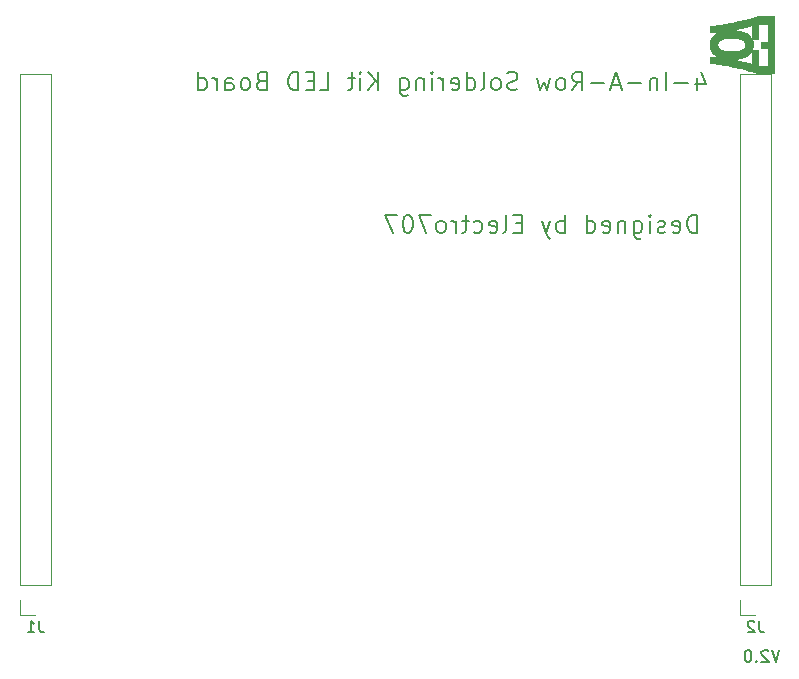
<source format=gbr>
G04 #@! TF.GenerationSoftware,KiCad,Pcbnew,(5.99.0-9618-g5ca7a2c457)*
G04 #@! TF.CreationDate,2021-03-10T22:29:09-05:00*
G04 #@! TF.ProjectId,PCB,5043422e-6b69-4636-9164-5f7063625858,rev?*
G04 #@! TF.SameCoordinates,Original*
G04 #@! TF.FileFunction,Legend,Bot*
G04 #@! TF.FilePolarity,Positive*
%FSLAX46Y46*%
G04 Gerber Fmt 4.6, Leading zero omitted, Abs format (unit mm)*
G04 Created by KiCad (PCBNEW (5.99.0-9618-g5ca7a2c457)) date 2021-03-10 22:29:09*
%MOMM*%
%LPD*%
G01*
G04 APERTURE LIST*
%ADD10C,0.203200*%
%ADD11C,0.150000*%
%ADD12C,0.120000*%
%ADD13C,0.010000*%
G04 APERTURE END LIST*
D10*
X241437920Y-56193571D02*
X241437920Y-57193571D01*
X241795062Y-55622142D02*
X242152205Y-56693571D01*
X241223634Y-56693571D01*
X240652205Y-56622142D02*
X239509348Y-56622142D01*
X238795062Y-57193571D02*
X238795062Y-55693571D01*
X238080777Y-56193571D02*
X238080777Y-57193571D01*
X238080777Y-56336428D02*
X238009348Y-56265000D01*
X237866491Y-56193571D01*
X237652205Y-56193571D01*
X237509348Y-56265000D01*
X237437920Y-56407857D01*
X237437920Y-57193571D01*
X236723634Y-56622142D02*
X235580777Y-56622142D01*
X234937920Y-56765000D02*
X234223634Y-56765000D01*
X235080777Y-57193571D02*
X234580777Y-55693571D01*
X234080777Y-57193571D01*
X233580777Y-56622142D02*
X232437920Y-56622142D01*
X230866491Y-57193571D02*
X231366491Y-56479285D01*
X231723634Y-57193571D02*
X231723634Y-55693571D01*
X231152205Y-55693571D01*
X231009348Y-55765000D01*
X230937920Y-55836428D01*
X230866491Y-55979285D01*
X230866491Y-56193571D01*
X230937920Y-56336428D01*
X231009348Y-56407857D01*
X231152205Y-56479285D01*
X231723634Y-56479285D01*
X230009348Y-57193571D02*
X230152205Y-57122142D01*
X230223634Y-57050714D01*
X230295062Y-56907857D01*
X230295062Y-56479285D01*
X230223634Y-56336428D01*
X230152205Y-56265000D01*
X230009348Y-56193571D01*
X229795062Y-56193571D01*
X229652205Y-56265000D01*
X229580777Y-56336428D01*
X229509348Y-56479285D01*
X229509348Y-56907857D01*
X229580777Y-57050714D01*
X229652205Y-57122142D01*
X229795062Y-57193571D01*
X230009348Y-57193571D01*
X229009348Y-56193571D02*
X228723634Y-57193571D01*
X228437919Y-56479285D01*
X228152205Y-57193571D01*
X227866491Y-56193571D01*
X226223634Y-57122142D02*
X226009348Y-57193571D01*
X225652205Y-57193571D01*
X225509348Y-57122142D01*
X225437920Y-57050714D01*
X225366491Y-56907857D01*
X225366491Y-56765000D01*
X225437920Y-56622142D01*
X225509348Y-56550714D01*
X225652205Y-56479285D01*
X225937920Y-56407857D01*
X226080777Y-56336428D01*
X226152205Y-56265000D01*
X226223634Y-56122142D01*
X226223634Y-55979285D01*
X226152205Y-55836428D01*
X226080777Y-55765000D01*
X225937920Y-55693571D01*
X225580777Y-55693571D01*
X225366491Y-55765000D01*
X224509348Y-57193571D02*
X224652205Y-57122142D01*
X224723634Y-57050714D01*
X224795062Y-56907857D01*
X224795062Y-56479285D01*
X224723634Y-56336428D01*
X224652205Y-56265000D01*
X224509348Y-56193571D01*
X224295062Y-56193571D01*
X224152205Y-56265000D01*
X224080777Y-56336428D01*
X224009348Y-56479285D01*
X224009348Y-56907857D01*
X224080777Y-57050714D01*
X224152205Y-57122142D01*
X224295062Y-57193571D01*
X224509348Y-57193571D01*
X223152205Y-57193571D02*
X223295062Y-57122142D01*
X223366491Y-56979285D01*
X223366491Y-55693571D01*
X221937919Y-57193571D02*
X221937919Y-55693571D01*
X221937919Y-57122142D02*
X222080777Y-57193571D01*
X222366491Y-57193571D01*
X222509348Y-57122142D01*
X222580777Y-57050714D01*
X222652205Y-56907857D01*
X222652205Y-56479285D01*
X222580777Y-56336428D01*
X222509348Y-56265000D01*
X222366491Y-56193571D01*
X222080777Y-56193571D01*
X221937919Y-56265000D01*
X220652205Y-57122142D02*
X220795062Y-57193571D01*
X221080777Y-57193571D01*
X221223634Y-57122142D01*
X221295062Y-56979285D01*
X221295062Y-56407857D01*
X221223634Y-56265000D01*
X221080777Y-56193571D01*
X220795062Y-56193571D01*
X220652205Y-56265000D01*
X220580777Y-56407857D01*
X220580777Y-56550714D01*
X221295062Y-56693571D01*
X219937919Y-57193571D02*
X219937919Y-56193571D01*
X219937919Y-56479285D02*
X219866491Y-56336428D01*
X219795062Y-56265000D01*
X219652205Y-56193571D01*
X219509348Y-56193571D01*
X219009348Y-57193571D02*
X219009348Y-56193571D01*
X219009348Y-55693571D02*
X219080777Y-55765000D01*
X219009348Y-55836428D01*
X218937919Y-55765000D01*
X219009348Y-55693571D01*
X219009348Y-55836428D01*
X218295062Y-56193571D02*
X218295062Y-57193571D01*
X218295062Y-56336428D02*
X218223634Y-56265000D01*
X218080777Y-56193571D01*
X217866491Y-56193571D01*
X217723634Y-56265000D01*
X217652205Y-56407857D01*
X217652205Y-57193571D01*
X216295062Y-56193571D02*
X216295062Y-57407857D01*
X216366491Y-57550714D01*
X216437919Y-57622142D01*
X216580777Y-57693571D01*
X216795062Y-57693571D01*
X216937919Y-57622142D01*
X216295062Y-57122142D02*
X216437919Y-57193571D01*
X216723634Y-57193571D01*
X216866491Y-57122142D01*
X216937919Y-57050714D01*
X217009348Y-56907857D01*
X217009348Y-56479285D01*
X216937919Y-56336428D01*
X216866491Y-56265000D01*
X216723634Y-56193571D01*
X216437919Y-56193571D01*
X216295062Y-56265000D01*
X214437919Y-57193571D02*
X214437919Y-55693571D01*
X213580777Y-57193571D02*
X214223634Y-56336428D01*
X213580777Y-55693571D02*
X214437919Y-56550714D01*
X212937919Y-57193571D02*
X212937919Y-56193571D01*
X212937919Y-55693571D02*
X213009348Y-55765000D01*
X212937919Y-55836428D01*
X212866491Y-55765000D01*
X212937919Y-55693571D01*
X212937919Y-55836428D01*
X212437919Y-56193571D02*
X211866491Y-56193571D01*
X212223634Y-55693571D02*
X212223634Y-56979285D01*
X212152205Y-57122142D01*
X212009348Y-57193571D01*
X211866491Y-57193571D01*
X209509348Y-57193571D02*
X210223634Y-57193571D01*
X210223634Y-55693571D01*
X209009348Y-56407857D02*
X208509348Y-56407857D01*
X208295062Y-57193571D02*
X209009348Y-57193571D01*
X209009348Y-55693571D01*
X208295062Y-55693571D01*
X207652205Y-57193571D02*
X207652205Y-55693571D01*
X207295062Y-55693571D01*
X207080777Y-55765000D01*
X206937919Y-55907857D01*
X206866491Y-56050714D01*
X206795062Y-56336428D01*
X206795062Y-56550714D01*
X206866491Y-56836428D01*
X206937919Y-56979285D01*
X207080777Y-57122142D01*
X207295062Y-57193571D01*
X207652205Y-57193571D01*
X204509348Y-56407857D02*
X204295062Y-56479285D01*
X204223634Y-56550714D01*
X204152205Y-56693571D01*
X204152205Y-56907857D01*
X204223634Y-57050714D01*
X204295062Y-57122142D01*
X204437919Y-57193571D01*
X205009348Y-57193571D01*
X205009348Y-55693571D01*
X204509348Y-55693571D01*
X204366491Y-55765000D01*
X204295062Y-55836428D01*
X204223634Y-55979285D01*
X204223634Y-56122142D01*
X204295062Y-56265000D01*
X204366491Y-56336428D01*
X204509348Y-56407857D01*
X205009348Y-56407857D01*
X203295062Y-57193571D02*
X203437919Y-57122142D01*
X203509348Y-57050714D01*
X203580777Y-56907857D01*
X203580777Y-56479285D01*
X203509348Y-56336428D01*
X203437919Y-56265000D01*
X203295062Y-56193571D01*
X203080777Y-56193571D01*
X202937919Y-56265000D01*
X202866491Y-56336428D01*
X202795062Y-56479285D01*
X202795062Y-56907857D01*
X202866491Y-57050714D01*
X202937919Y-57122142D01*
X203080777Y-57193571D01*
X203295062Y-57193571D01*
X201509348Y-57193571D02*
X201509348Y-56407857D01*
X201580777Y-56265000D01*
X201723634Y-56193571D01*
X202009348Y-56193571D01*
X202152205Y-56265000D01*
X201509348Y-57122142D02*
X201652205Y-57193571D01*
X202009348Y-57193571D01*
X202152205Y-57122142D01*
X202223634Y-56979285D01*
X202223634Y-56836428D01*
X202152205Y-56693571D01*
X202009348Y-56622142D01*
X201652205Y-56622142D01*
X201509348Y-56550714D01*
X200795062Y-57193571D02*
X200795062Y-56193571D01*
X200795062Y-56479285D02*
X200723634Y-56336428D01*
X200652205Y-56265000D01*
X200509348Y-56193571D01*
X200366491Y-56193571D01*
X199223634Y-57193571D02*
X199223634Y-55693571D01*
X199223634Y-57122142D02*
X199366491Y-57193571D01*
X199652205Y-57193571D01*
X199795062Y-57122142D01*
X199866491Y-57050714D01*
X199937919Y-56907857D01*
X199937919Y-56479285D01*
X199866491Y-56336428D01*
X199795062Y-56265000D01*
X199652205Y-56193571D01*
X199366491Y-56193571D01*
X199223634Y-56265000D01*
D11*
X248411809Y-104608380D02*
X248078476Y-105608380D01*
X247745142Y-104608380D01*
X247459428Y-104703619D02*
X247411809Y-104656000D01*
X247316571Y-104608380D01*
X247078476Y-104608380D01*
X246983238Y-104656000D01*
X246935619Y-104703619D01*
X246888000Y-104798857D01*
X246888000Y-104894095D01*
X246935619Y-105036952D01*
X247507047Y-105608380D01*
X246888000Y-105608380D01*
X246459428Y-105513142D02*
X246411809Y-105560761D01*
X246459428Y-105608380D01*
X246507047Y-105560761D01*
X246459428Y-105513142D01*
X246459428Y-105608380D01*
X245792761Y-104608380D02*
X245697523Y-104608380D01*
X245602285Y-104656000D01*
X245554666Y-104703619D01*
X245507047Y-104798857D01*
X245459428Y-104989333D01*
X245459428Y-105227428D01*
X245507047Y-105417904D01*
X245554666Y-105513142D01*
X245602285Y-105560761D01*
X245697523Y-105608380D01*
X245792761Y-105608380D01*
X245888000Y-105560761D01*
X245935619Y-105513142D01*
X245983238Y-105417904D01*
X246030857Y-105227428D01*
X246030857Y-104989333D01*
X245983238Y-104798857D01*
X245935619Y-104703619D01*
X245888000Y-104656000D01*
X245792761Y-104608380D01*
D10*
X241445777Y-69258571D02*
X241445777Y-67758571D01*
X241088634Y-67758571D01*
X240874348Y-67830000D01*
X240731491Y-67972857D01*
X240660062Y-68115714D01*
X240588634Y-68401428D01*
X240588634Y-68615714D01*
X240660062Y-68901428D01*
X240731491Y-69044285D01*
X240874348Y-69187142D01*
X241088634Y-69258571D01*
X241445777Y-69258571D01*
X239374348Y-69187142D02*
X239517205Y-69258571D01*
X239802920Y-69258571D01*
X239945777Y-69187142D01*
X240017205Y-69044285D01*
X240017205Y-68472857D01*
X239945777Y-68330000D01*
X239802920Y-68258571D01*
X239517205Y-68258571D01*
X239374348Y-68330000D01*
X239302920Y-68472857D01*
X239302920Y-68615714D01*
X240017205Y-68758571D01*
X238731491Y-69187142D02*
X238588634Y-69258571D01*
X238302920Y-69258571D01*
X238160062Y-69187142D01*
X238088634Y-69044285D01*
X238088634Y-68972857D01*
X238160062Y-68830000D01*
X238302920Y-68758571D01*
X238517205Y-68758571D01*
X238660062Y-68687142D01*
X238731491Y-68544285D01*
X238731491Y-68472857D01*
X238660062Y-68330000D01*
X238517205Y-68258571D01*
X238302920Y-68258571D01*
X238160062Y-68330000D01*
X237445777Y-69258571D02*
X237445777Y-68258571D01*
X237445777Y-67758571D02*
X237517205Y-67830000D01*
X237445777Y-67901428D01*
X237374348Y-67830000D01*
X237445777Y-67758571D01*
X237445777Y-67901428D01*
X236088634Y-68258571D02*
X236088634Y-69472857D01*
X236160062Y-69615714D01*
X236231491Y-69687142D01*
X236374348Y-69758571D01*
X236588634Y-69758571D01*
X236731491Y-69687142D01*
X236088634Y-69187142D02*
X236231491Y-69258571D01*
X236517205Y-69258571D01*
X236660062Y-69187142D01*
X236731491Y-69115714D01*
X236802920Y-68972857D01*
X236802920Y-68544285D01*
X236731491Y-68401428D01*
X236660062Y-68330000D01*
X236517205Y-68258571D01*
X236231491Y-68258571D01*
X236088634Y-68330000D01*
X235374348Y-68258571D02*
X235374348Y-69258571D01*
X235374348Y-68401428D02*
X235302920Y-68330000D01*
X235160062Y-68258571D01*
X234945777Y-68258571D01*
X234802920Y-68330000D01*
X234731491Y-68472857D01*
X234731491Y-69258571D01*
X233445777Y-69187142D02*
X233588634Y-69258571D01*
X233874348Y-69258571D01*
X234017205Y-69187142D01*
X234088634Y-69044285D01*
X234088634Y-68472857D01*
X234017205Y-68330000D01*
X233874348Y-68258571D01*
X233588634Y-68258571D01*
X233445777Y-68330000D01*
X233374348Y-68472857D01*
X233374348Y-68615714D01*
X234088634Y-68758571D01*
X232088634Y-69258571D02*
X232088634Y-67758571D01*
X232088634Y-69187142D02*
X232231491Y-69258571D01*
X232517205Y-69258571D01*
X232660062Y-69187142D01*
X232731491Y-69115714D01*
X232802920Y-68972857D01*
X232802920Y-68544285D01*
X232731491Y-68401428D01*
X232660062Y-68330000D01*
X232517205Y-68258571D01*
X232231491Y-68258571D01*
X232088634Y-68330000D01*
X230231491Y-69258571D02*
X230231491Y-67758571D01*
X230231491Y-68330000D02*
X230088634Y-68258571D01*
X229802920Y-68258571D01*
X229660062Y-68330000D01*
X229588634Y-68401428D01*
X229517205Y-68544285D01*
X229517205Y-68972857D01*
X229588634Y-69115714D01*
X229660062Y-69187142D01*
X229802920Y-69258571D01*
X230088634Y-69258571D01*
X230231491Y-69187142D01*
X229017205Y-68258571D02*
X228660062Y-69258571D01*
X228302920Y-68258571D02*
X228660062Y-69258571D01*
X228802920Y-69615714D01*
X228874348Y-69687142D01*
X229017205Y-69758571D01*
X226588634Y-68472857D02*
X226088634Y-68472857D01*
X225874348Y-69258571D02*
X226588634Y-69258571D01*
X226588634Y-67758571D01*
X225874348Y-67758571D01*
X225017205Y-69258571D02*
X225160062Y-69187142D01*
X225231491Y-69044285D01*
X225231491Y-67758571D01*
X223874348Y-69187142D02*
X224017205Y-69258571D01*
X224302920Y-69258571D01*
X224445777Y-69187142D01*
X224517205Y-69044285D01*
X224517205Y-68472857D01*
X224445777Y-68330000D01*
X224302920Y-68258571D01*
X224017205Y-68258571D01*
X223874348Y-68330000D01*
X223802920Y-68472857D01*
X223802920Y-68615714D01*
X224517205Y-68758571D01*
X222517205Y-69187142D02*
X222660062Y-69258571D01*
X222945777Y-69258571D01*
X223088634Y-69187142D01*
X223160062Y-69115714D01*
X223231491Y-68972857D01*
X223231491Y-68544285D01*
X223160062Y-68401428D01*
X223088634Y-68330000D01*
X222945777Y-68258571D01*
X222660062Y-68258571D01*
X222517205Y-68330000D01*
X222088634Y-68258571D02*
X221517205Y-68258571D01*
X221874348Y-67758571D02*
X221874348Y-69044285D01*
X221802920Y-69187142D01*
X221660062Y-69258571D01*
X221517205Y-69258571D01*
X221017205Y-69258571D02*
X221017205Y-68258571D01*
X221017205Y-68544285D02*
X220945777Y-68401428D01*
X220874348Y-68330000D01*
X220731491Y-68258571D01*
X220588634Y-68258571D01*
X219874348Y-69258571D02*
X220017205Y-69187142D01*
X220088634Y-69115714D01*
X220160062Y-68972857D01*
X220160062Y-68544285D01*
X220088634Y-68401428D01*
X220017205Y-68330000D01*
X219874348Y-68258571D01*
X219660062Y-68258571D01*
X219517205Y-68330000D01*
X219445777Y-68401428D01*
X219374348Y-68544285D01*
X219374348Y-68972857D01*
X219445777Y-69115714D01*
X219517205Y-69187142D01*
X219660062Y-69258571D01*
X219874348Y-69258571D01*
X218874348Y-67758571D02*
X217874348Y-67758571D01*
X218517205Y-69258571D01*
X217017205Y-67758571D02*
X216874348Y-67758571D01*
X216731491Y-67830000D01*
X216660062Y-67901428D01*
X216588634Y-68044285D01*
X216517205Y-68330000D01*
X216517205Y-68687142D01*
X216588634Y-68972857D01*
X216660062Y-69115714D01*
X216731491Y-69187142D01*
X216874348Y-69258571D01*
X217017205Y-69258571D01*
X217160062Y-69187142D01*
X217231491Y-69115714D01*
X217302920Y-68972857D01*
X217374348Y-68687142D01*
X217374348Y-68330000D01*
X217302920Y-68044285D01*
X217231491Y-67901428D01*
X217160062Y-67830000D01*
X217017205Y-67758571D01*
X216017205Y-67758571D02*
X215017205Y-67758571D01*
X215660062Y-69258571D01*
D11*
X246713333Y-102112380D02*
X246713333Y-102826666D01*
X246760952Y-102969523D01*
X246856190Y-103064761D01*
X246999047Y-103112380D01*
X247094285Y-103112380D01*
X246284761Y-102207619D02*
X246237142Y-102160000D01*
X246141904Y-102112380D01*
X245903809Y-102112380D01*
X245808571Y-102160000D01*
X245760952Y-102207619D01*
X245713333Y-102302857D01*
X245713333Y-102398095D01*
X245760952Y-102540952D01*
X246332380Y-103112380D01*
X245713333Y-103112380D01*
X185753333Y-102112380D02*
X185753333Y-102826666D01*
X185800952Y-102969523D01*
X185896190Y-103064761D01*
X186039047Y-103112380D01*
X186134285Y-103112380D01*
X184753333Y-103112380D02*
X185324761Y-103112380D01*
X185039047Y-103112380D02*
X185039047Y-102112380D01*
X185134285Y-102255238D01*
X185229523Y-102350476D01*
X185324761Y-102398095D01*
D12*
X245050000Y-101660000D02*
X246380000Y-101660000D01*
X245050000Y-100330000D02*
X245050000Y-101660000D01*
X245050000Y-99060000D02*
X247710000Y-99060000D01*
X247710000Y-99060000D02*
X247710000Y-55820000D01*
X245050000Y-99060000D02*
X245050000Y-55820000D01*
X245050000Y-55820000D02*
X247710000Y-55820000D01*
X184090000Y-101660000D02*
X185420000Y-101660000D01*
X184090000Y-100330000D02*
X184090000Y-101660000D01*
X184090000Y-99060000D02*
X186750000Y-99060000D01*
X186750000Y-99060000D02*
X186750000Y-55820000D01*
X184090000Y-99060000D02*
X184090000Y-55820000D01*
X184090000Y-55820000D02*
X186750000Y-55820000D01*
D13*
X246609249Y-50921810D02*
X246542673Y-50943336D01*
X246542673Y-50943336D02*
X246487958Y-50960573D01*
X246487958Y-50960573D02*
X246422745Y-50980334D01*
X246422745Y-50980334D02*
X246348195Y-51002303D01*
X246348195Y-51002303D02*
X246265468Y-51026164D01*
X246265468Y-51026164D02*
X246175727Y-51051599D01*
X246175727Y-51051599D02*
X246080133Y-51078294D01*
X246080133Y-51078294D02*
X245979846Y-51105930D01*
X245979846Y-51105930D02*
X245876029Y-51134192D01*
X245876029Y-51134192D02*
X245769842Y-51162763D01*
X245769842Y-51162763D02*
X245662447Y-51191327D01*
X245662447Y-51191327D02*
X245555004Y-51219568D01*
X245555004Y-51219568D02*
X245448677Y-51247167D01*
X245448677Y-51247167D02*
X245344624Y-51273811D01*
X245344624Y-51273811D02*
X245244009Y-51299181D01*
X245244009Y-51299181D02*
X245165076Y-51318765D01*
X245165076Y-51318765D02*
X244897754Y-51383338D01*
X244897754Y-51383338D02*
X244641272Y-51442816D01*
X244641272Y-51442816D02*
X244395606Y-51497202D01*
X244395606Y-51497202D02*
X244160732Y-51546502D01*
X244160732Y-51546502D02*
X243936625Y-51590719D01*
X243936625Y-51590719D02*
X243723261Y-51629857D01*
X243723261Y-51629857D02*
X243520618Y-51663920D01*
X243520618Y-51663920D02*
X243328670Y-51692913D01*
X243328670Y-51692913D02*
X243147395Y-51716840D01*
X243147395Y-51716840D02*
X242976767Y-51735705D01*
X242976767Y-51735705D02*
X242816763Y-51749512D01*
X242816763Y-51749512D02*
X242667359Y-51758265D01*
X242667359Y-51758265D02*
X242634295Y-51759571D01*
X242634295Y-51759571D02*
X242518786Y-51763697D01*
X242518786Y-51763697D02*
X242518786Y-52277917D01*
X242518786Y-52277917D02*
X242598292Y-52277859D01*
X242598292Y-52277859D02*
X242682036Y-52276676D01*
X242682036Y-52276676D02*
X242775479Y-52273224D01*
X242775479Y-52273224D02*
X242878943Y-52267481D01*
X242878943Y-52267481D02*
X242992750Y-52259422D01*
X242992750Y-52259422D02*
X243117223Y-52249024D01*
X243117223Y-52249024D02*
X243252683Y-52236263D01*
X243252683Y-52236263D02*
X243399454Y-52221115D01*
X243399454Y-52221115D02*
X243458257Y-52214728D01*
X243458257Y-52214728D02*
X243466613Y-52214461D01*
X243466613Y-52214461D02*
X243464964Y-52216682D01*
X243464964Y-52216682D02*
X243452896Y-52221566D01*
X243452896Y-52221566D02*
X243429993Y-52229287D01*
X243429993Y-52229287D02*
X243403855Y-52237542D01*
X243403855Y-52237542D02*
X243275351Y-52281955D01*
X243275351Y-52281955D02*
X243157239Y-52332247D01*
X243157239Y-52332247D02*
X243049399Y-52388509D01*
X243049399Y-52388509D02*
X242951709Y-52450832D01*
X242951709Y-52450832D02*
X242864050Y-52519306D01*
X242864050Y-52519306D02*
X242786300Y-52594022D01*
X242786300Y-52594022D02*
X242718340Y-52675071D01*
X242718340Y-52675071D02*
X242660048Y-52762544D01*
X242660048Y-52762544D02*
X242628250Y-52820959D01*
X242628250Y-52820959D02*
X242592039Y-52901505D01*
X242592039Y-52901505D02*
X242563537Y-52983891D01*
X242563537Y-52983891D02*
X242542362Y-53069931D01*
X242542362Y-53069931D02*
X242528131Y-53161441D01*
X242528131Y-53161441D02*
X242520462Y-53260233D01*
X242520462Y-53260233D02*
X242518786Y-53340000D01*
X242518786Y-53340000D02*
X242521808Y-53445586D01*
X242521808Y-53445586D02*
X242531126Y-53542524D01*
X242531126Y-53542524D02*
X242547120Y-53632610D01*
X242547120Y-53632610D02*
X242570167Y-53717636D01*
X242570167Y-53717636D02*
X242600645Y-53799397D01*
X242600645Y-53799397D02*
X242628237Y-53858914D01*
X242628237Y-53858914D02*
X242658652Y-53915805D01*
X242658652Y-53915805D02*
X242690152Y-53966451D01*
X242690152Y-53966451D02*
X242725084Y-54014082D01*
X242725084Y-54014082D02*
X242765795Y-54061928D01*
X242765795Y-54061928D02*
X242808620Y-54107136D01*
X242808620Y-54107136D02*
X242884484Y-54177043D01*
X242884484Y-54177043D02*
X242968606Y-54240815D01*
X242968606Y-54240815D02*
X243061552Y-54298772D01*
X243061552Y-54298772D02*
X243163891Y-54351234D01*
X243163891Y-54351234D02*
X243276190Y-54398521D01*
X243276190Y-54398521D02*
X243399015Y-54440951D01*
X243399015Y-54440951D02*
X243403855Y-54442459D01*
X243403855Y-54442459D02*
X243435645Y-54452554D01*
X243435645Y-54452554D02*
X243456271Y-54459673D01*
X243456271Y-54459673D02*
X243466147Y-54463992D01*
X243466147Y-54463992D02*
X243465690Y-54465683D01*
X243465690Y-54465683D02*
X243458257Y-54465272D01*
X243458257Y-54465272D02*
X243307104Y-54449211D01*
X243307104Y-54449211D02*
X243167384Y-54435546D01*
X243167384Y-54435546D02*
X243038774Y-54424253D01*
X243038774Y-54424253D02*
X242920952Y-54415308D01*
X242920952Y-54415308D02*
X242813596Y-54408687D01*
X242813596Y-54408687D02*
X242716383Y-54404368D01*
X242716383Y-54404368D02*
X242628991Y-54402325D01*
X242628991Y-54402325D02*
X242598292Y-54402141D01*
X242598292Y-54402141D02*
X242518786Y-54402084D01*
X242518786Y-54402084D02*
X242518786Y-54918125D01*
X242518786Y-54918125D02*
X242568290Y-54918212D01*
X242568290Y-54918212D02*
X242602268Y-54918816D01*
X242602268Y-54918816D02*
X242645688Y-54920429D01*
X242645688Y-54920429D02*
X242696043Y-54922904D01*
X242696043Y-54922904D02*
X242750831Y-54926093D01*
X242750831Y-54926093D02*
X242807545Y-54929848D01*
X242807545Y-54929848D02*
X242863682Y-54934021D01*
X242863682Y-54934021D02*
X242916738Y-54938464D01*
X242916738Y-54938464D02*
X242926818Y-54939378D01*
X242926818Y-54939378D02*
X243084046Y-54955700D01*
X243084046Y-54955700D02*
X243251863Y-54976703D01*
X243251863Y-54976703D02*
X243429844Y-55002300D01*
X243429844Y-55002300D02*
X243502863Y-55014009D01*
X243502863Y-55014009D02*
X243502863Y-54474090D01*
X243502863Y-54474090D02*
X243497924Y-54471894D01*
X243497924Y-54471894D02*
X243498863Y-54470089D01*
X243498863Y-54470089D02*
X243505984Y-54469371D01*
X243505984Y-54469371D02*
X243506863Y-54470089D01*
X243506863Y-54470089D02*
X243506040Y-54473657D01*
X243506040Y-54473657D02*
X243502863Y-54474090D01*
X243502863Y-54474090D02*
X243502863Y-55014009D01*
X243502863Y-55014009D02*
X243617564Y-55032403D01*
X243617564Y-55032403D02*
X243814599Y-55066926D01*
X243814599Y-55066926D02*
X244020523Y-55105780D01*
X244020523Y-55105780D02*
X244234913Y-55148880D01*
X244234913Y-55148880D02*
X244457344Y-55196137D01*
X244457344Y-55196137D02*
X244687391Y-55247464D01*
X244687391Y-55247464D02*
X244924629Y-55302775D01*
X244924629Y-55302775D02*
X245168634Y-55361982D01*
X245168634Y-55361982D02*
X245418981Y-55424998D01*
X245418981Y-55424998D02*
X245675246Y-55491735D01*
X245675246Y-55491735D02*
X245867049Y-55543089D01*
X245867049Y-55543089D02*
X245927959Y-55559704D01*
X245927959Y-55559704D02*
X245993343Y-55577759D01*
X245993343Y-55577759D02*
X246061641Y-55596807D01*
X246061641Y-55596807D02*
X246131294Y-55616402D01*
X246131294Y-55616402D02*
X246200742Y-55636098D01*
X246200742Y-55636098D02*
X246268426Y-55655448D01*
X246268426Y-55655448D02*
X246332787Y-55674005D01*
X246332787Y-55674005D02*
X246392264Y-55691324D01*
X246392264Y-55691324D02*
X246445298Y-55706958D01*
X246445298Y-55706958D02*
X246490330Y-55720460D01*
X246490330Y-55720460D02*
X246525800Y-55731384D01*
X246525800Y-55731384D02*
X246534164Y-55734035D01*
X246534164Y-55734035D02*
X246609723Y-55758191D01*
X246609723Y-55758191D02*
X247439173Y-55758191D01*
X247439173Y-55758191D02*
X247439173Y-55122141D01*
X247439173Y-55122141D02*
X246635110Y-55122141D01*
X246635110Y-55122141D02*
X246635110Y-53802037D01*
X246635110Y-53802037D02*
X246119069Y-53802037D01*
X246119069Y-53802037D02*
X246119069Y-54994092D01*
X246119069Y-54994092D02*
X246048564Y-54973705D01*
X246048564Y-54973705D02*
X245973506Y-54952682D01*
X245973506Y-54952682D02*
X245887823Y-54929905D01*
X245887823Y-54929905D02*
X245792718Y-54905654D01*
X245792718Y-54905654D02*
X245689391Y-54880209D01*
X245689391Y-54880209D02*
X245579047Y-54853853D01*
X245579047Y-54853853D02*
X245462886Y-54826865D01*
X245462886Y-54826865D02*
X245342110Y-54799526D01*
X245342110Y-54799526D02*
X245217923Y-54772117D01*
X245217923Y-54772117D02*
X245091525Y-54744919D01*
X245091525Y-54744919D02*
X244964120Y-54718213D01*
X244964120Y-54718213D02*
X244885972Y-54702191D01*
X244885972Y-54702191D02*
X244837431Y-54692471D01*
X244837431Y-54692471D02*
X244781198Y-54681455D01*
X244781198Y-54681455D02*
X244718966Y-54669457D01*
X244718966Y-54669457D02*
X244652429Y-54656790D01*
X244652429Y-54656790D02*
X244583280Y-54643767D01*
X244583280Y-54643767D02*
X244513213Y-54630703D01*
X244513213Y-54630703D02*
X244443920Y-54617909D01*
X244443920Y-54617909D02*
X244377095Y-54605701D01*
X244377095Y-54605701D02*
X244314432Y-54594390D01*
X244314432Y-54594390D02*
X244257624Y-54584291D01*
X244257624Y-54584291D02*
X244208364Y-54575718D01*
X244208364Y-54575718D02*
X244168346Y-54568983D01*
X244168346Y-54568983D02*
X244152414Y-54566416D01*
X244152414Y-54566416D02*
X244125715Y-54562177D01*
X244125715Y-54562177D02*
X244104003Y-54558678D01*
X244104003Y-54558678D02*
X244089629Y-54556301D01*
X244089629Y-54556301D02*
X244084909Y-54555433D01*
X244084909Y-54555433D02*
X244090700Y-54555361D01*
X244090700Y-54555361D02*
X244107243Y-54555293D01*
X244107243Y-54555293D02*
X244133284Y-54555233D01*
X244133284Y-54555233D02*
X244167574Y-54555182D01*
X244167574Y-54555182D02*
X244208861Y-54555141D01*
X244208861Y-54555141D02*
X244255896Y-54555113D01*
X244255896Y-54555113D02*
X244307427Y-54555098D01*
X244307427Y-54555098D02*
X244332428Y-54555096D01*
X244332428Y-54555096D02*
X244365139Y-54555015D01*
X244365139Y-54555015D02*
X244365139Y-53918397D01*
X244365139Y-53918397D02*
X244301438Y-53918368D01*
X244301438Y-53918368D02*
X244238966Y-53917835D01*
X244238966Y-53917835D02*
X244179924Y-53916798D01*
X244179924Y-53916798D02*
X244126516Y-53915256D01*
X244126516Y-53915256D02*
X244080945Y-53913210D01*
X244080945Y-53913210D02*
X244048906Y-53910978D01*
X244048906Y-53910978D02*
X243915371Y-53896224D01*
X243915371Y-53896224D02*
X243792551Y-53876432D01*
X243792551Y-53876432D02*
X243680469Y-53851613D01*
X243680469Y-53851613D02*
X243579147Y-53821779D01*
X243579147Y-53821779D02*
X243488606Y-53786943D01*
X243488606Y-53786943D02*
X243408870Y-53747116D01*
X243408870Y-53747116D02*
X243339960Y-53702310D01*
X243339960Y-53702310D02*
X243281898Y-53652538D01*
X243281898Y-53652538D02*
X243234707Y-53597810D01*
X243234707Y-53597810D02*
X243198408Y-53538138D01*
X243198408Y-53538138D02*
X243173025Y-53473536D01*
X243173025Y-53473536D02*
X243163747Y-53436020D01*
X243163747Y-53436020D02*
X243157640Y-53390254D01*
X243157640Y-53390254D02*
X243155727Y-53338965D01*
X243155727Y-53338965D02*
X243158019Y-53287882D01*
X243158019Y-53287882D02*
X243163333Y-53248640D01*
X243163333Y-53248640D02*
X243182288Y-53180558D01*
X243182288Y-53180558D02*
X243212133Y-53117511D01*
X243212133Y-53117511D02*
X243252867Y-53059500D01*
X243252867Y-53059500D02*
X243304485Y-53006527D01*
X243304485Y-53006527D02*
X243366983Y-52958595D01*
X243366983Y-52958595D02*
X243440359Y-52915705D01*
X243440359Y-52915705D02*
X243502863Y-52887627D01*
X243502863Y-52887627D02*
X243502863Y-52211911D01*
X243502863Y-52211911D02*
X243497924Y-52209716D01*
X243497924Y-52209716D02*
X243498863Y-52207911D01*
X243498863Y-52207911D02*
X243505984Y-52207193D01*
X243505984Y-52207193D02*
X243506863Y-52207911D01*
X243506863Y-52207911D02*
X243506040Y-52211478D01*
X243506040Y-52211478D02*
X243502863Y-52211911D01*
X243502863Y-52211911D02*
X243502863Y-52887627D01*
X243502863Y-52887627D02*
X243524608Y-52877858D01*
X243524608Y-52877858D02*
X243619727Y-52845058D01*
X243619727Y-52845058D02*
X243725714Y-52817305D01*
X243725714Y-52817305D02*
X243842563Y-52794603D01*
X243842563Y-52794603D02*
X243970272Y-52776951D01*
X243970272Y-52776951D02*
X244048906Y-52769065D01*
X244048906Y-52769065D02*
X244085594Y-52766595D01*
X244085594Y-52766595D02*
X244132073Y-52764623D01*
X244132073Y-52764623D02*
X244186143Y-52763151D01*
X244186143Y-52763151D02*
X244245603Y-52762177D01*
X244245603Y-52762177D02*
X244308254Y-52761703D01*
X244308254Y-52761703D02*
X244371896Y-52761728D01*
X244371896Y-52761728D02*
X244434329Y-52762251D01*
X244434329Y-52762251D02*
X244493353Y-52763274D01*
X244493353Y-52763274D02*
X244546768Y-52764796D01*
X244546768Y-52764796D02*
X244592374Y-52766817D01*
X244592374Y-52766817D02*
X244624951Y-52769065D01*
X244624951Y-52769065D02*
X244757994Y-52783645D01*
X244757994Y-52783645D02*
X244880148Y-52803138D01*
X244880148Y-52803138D02*
X244991481Y-52827568D01*
X244991481Y-52827568D02*
X245092064Y-52856960D01*
X245092064Y-52856960D02*
X245181966Y-52891335D01*
X245181966Y-52891335D02*
X245261256Y-52930719D01*
X245261256Y-52930719D02*
X245330006Y-52975133D01*
X245330006Y-52975133D02*
X245388283Y-53024602D01*
X245388283Y-53024602D02*
X245390874Y-53027160D01*
X245390874Y-53027160D02*
X245438361Y-53082059D01*
X245438361Y-53082059D02*
X245474786Y-53141448D01*
X245474786Y-53141448D02*
X245500275Y-53205631D01*
X245500275Y-53205631D02*
X245514952Y-53274910D01*
X245514952Y-53274910D02*
X245519022Y-53340000D01*
X245519022Y-53340000D02*
X245513576Y-53414317D01*
X245513576Y-53414317D02*
X245497237Y-53483596D01*
X245497237Y-53483596D02*
X245470005Y-53547838D01*
X245470005Y-53547838D02*
X245431882Y-53607042D01*
X245431882Y-53607042D02*
X245382866Y-53661209D01*
X245382866Y-53661209D02*
X245322958Y-53710339D01*
X245322958Y-53710339D02*
X245252158Y-53754431D01*
X245252158Y-53754431D02*
X245170465Y-53793485D01*
X245170465Y-53793485D02*
X245077881Y-53827502D01*
X245077881Y-53827502D02*
X244974405Y-53856481D01*
X244974405Y-53856481D02*
X244860038Y-53880422D01*
X244860038Y-53880422D02*
X244734778Y-53899325D01*
X244734778Y-53899325D02*
X244624951Y-53910978D01*
X244624951Y-53910978D02*
X244588158Y-53913470D01*
X244588158Y-53913470D02*
X244541576Y-53915458D01*
X244541576Y-53915458D02*
X244487411Y-53916942D01*
X244487411Y-53916942D02*
X244427864Y-53917922D01*
X244427864Y-53917922D02*
X244365139Y-53918397D01*
X244365139Y-53918397D02*
X244365139Y-54555015D01*
X244365139Y-54555015D02*
X244411820Y-54554898D01*
X244411820Y-54554898D02*
X244481259Y-54554226D01*
X244481259Y-54554226D02*
X244542786Y-54552967D01*
X244542786Y-54552967D02*
X244598445Y-54551005D01*
X244598445Y-54551005D02*
X244650278Y-54548226D01*
X244650278Y-54548226D02*
X244700326Y-54544515D01*
X244700326Y-54544515D02*
X244750632Y-54539758D01*
X244750632Y-54539758D02*
X244803239Y-54533839D01*
X244803239Y-54533839D02*
X244860188Y-54526645D01*
X244860188Y-54526645D02*
X244875603Y-54524599D01*
X244875603Y-54524599D02*
X245028647Y-54500031D01*
X245028647Y-54500031D02*
X245172543Y-54468529D01*
X245172543Y-54468529D02*
X245307150Y-54430144D01*
X245307150Y-54430144D02*
X245432327Y-54384928D01*
X245432327Y-54384928D02*
X245547934Y-54332933D01*
X245547934Y-54332933D02*
X245653830Y-54274209D01*
X245653830Y-54274209D02*
X245749876Y-54208809D01*
X245749876Y-54208809D02*
X245762945Y-54198800D01*
X245762945Y-54198800D02*
X245793539Y-54173528D01*
X245793539Y-54173528D02*
X245827706Y-54142865D01*
X245827706Y-54142865D02*
X245862669Y-54109514D01*
X245862669Y-54109514D02*
X245895650Y-54076180D01*
X245895650Y-54076180D02*
X245923870Y-54045566D01*
X245923870Y-54045566D02*
X245939420Y-54027054D01*
X245939420Y-54027054D02*
X245999983Y-53941033D01*
X245999983Y-53941033D02*
X246051086Y-53848032D01*
X246051086Y-53848032D02*
X246092413Y-53748848D01*
X246092413Y-53748848D02*
X246123649Y-53644273D01*
X246123649Y-53644273D02*
X246144477Y-53535102D01*
X246144477Y-53535102D02*
X246148739Y-53500749D01*
X246148739Y-53500749D02*
X246151741Y-53463095D01*
X246151741Y-53463095D02*
X246153737Y-53416914D01*
X246153737Y-53416914D02*
X246154727Y-53365639D01*
X246154727Y-53365639D02*
X246154711Y-53312702D01*
X246154711Y-53312702D02*
X246153689Y-53261535D01*
X246153689Y-53261535D02*
X246151662Y-53215571D01*
X246151662Y-53215571D02*
X246148739Y-53179251D01*
X246148739Y-53179251D02*
X246130972Y-53066785D01*
X246130972Y-53066785D02*
X246102814Y-52960251D01*
X246102814Y-52960251D02*
X246064347Y-52859726D01*
X246064347Y-52859726D02*
X246015654Y-52765284D01*
X246015654Y-52765284D02*
X245956817Y-52676999D01*
X245956817Y-52676999D02*
X245887920Y-52594949D01*
X245887920Y-52594949D02*
X245809043Y-52519206D01*
X245809043Y-52519206D02*
X245720272Y-52449847D01*
X245720272Y-52449847D02*
X245621687Y-52386946D01*
X245621687Y-52386946D02*
X245513372Y-52330578D01*
X245513372Y-52330578D02*
X245395409Y-52280819D01*
X245395409Y-52280819D02*
X245267880Y-52237744D01*
X245267880Y-52237744D02*
X245130870Y-52201427D01*
X245130870Y-52201427D02*
X245053985Y-52184855D01*
X245053985Y-52184855D02*
X244975486Y-52170095D01*
X244975486Y-52170095D02*
X244899352Y-52157745D01*
X244899352Y-52157745D02*
X244823654Y-52147644D01*
X244823654Y-52147644D02*
X244746465Y-52139630D01*
X244746465Y-52139630D02*
X244665857Y-52133543D01*
X244665857Y-52133543D02*
X244579901Y-52129221D01*
X244579901Y-52129221D02*
X244486671Y-52126504D01*
X244486671Y-52126504D02*
X244384237Y-52125231D01*
X244384237Y-52125231D02*
X244338100Y-52125088D01*
X244338100Y-52125088D02*
X244084251Y-52124905D01*
X244084251Y-52124905D02*
X244149085Y-52114317D01*
X244149085Y-52114317D02*
X244257851Y-52096049D01*
X244257851Y-52096049D02*
X244372954Y-52075773D01*
X244372954Y-52075773D02*
X244493229Y-52053740D01*
X244493229Y-52053740D02*
X244617510Y-52030200D01*
X244617510Y-52030200D02*
X244744631Y-52005402D01*
X244744631Y-52005402D02*
X244873426Y-51979597D01*
X244873426Y-51979597D02*
X245002729Y-51953034D01*
X245002729Y-51953034D02*
X245131375Y-51925964D01*
X245131375Y-51925964D02*
X245258197Y-51898637D01*
X245258197Y-51898637D02*
X245382031Y-51871303D01*
X245382031Y-51871303D02*
X245501709Y-51844211D01*
X245501709Y-51844211D02*
X245616067Y-51817612D01*
X245616067Y-51817612D02*
X245723938Y-51791756D01*
X245723938Y-51791756D02*
X245824156Y-51766893D01*
X245824156Y-51766893D02*
X245915556Y-51743272D01*
X245915556Y-51743272D02*
X245996972Y-51721144D01*
X245996972Y-51721144D02*
X246040615Y-51708667D01*
X246040615Y-51708667D02*
X246119069Y-51685734D01*
X246119069Y-51685734D02*
X246119069Y-52877964D01*
X246119069Y-52877964D02*
X246635110Y-52877964D01*
X246635110Y-52877964D02*
X246635110Y-51557860D01*
X246635110Y-51557860D02*
X247439173Y-51557860D01*
X247439173Y-51557860D02*
X247439173Y-53081980D01*
X247439173Y-53081980D02*
X246839126Y-53081980D01*
X246839126Y-53081980D02*
X246839126Y-53598021D01*
X246839126Y-53598021D02*
X247439173Y-53598021D01*
X247439173Y-53598021D02*
X247439173Y-55122141D01*
X247439173Y-55122141D02*
X247439173Y-55758191D01*
X247439173Y-55758191D02*
X247955214Y-55758191D01*
X247955214Y-55758191D02*
X247955214Y-50921810D01*
X247955214Y-50921810D02*
X246609249Y-50921810D01*
X246609249Y-50921810D02*
X246609249Y-50921810D01*
G36*
X246534164Y-55734035D02*
G01*
X246525800Y-55731384D01*
X246490330Y-55720460D01*
X246445298Y-55706958D01*
X246392264Y-55691324D01*
X246332787Y-55674005D01*
X246268426Y-55655448D01*
X246200742Y-55636098D01*
X246131294Y-55616402D01*
X246061641Y-55596807D01*
X245993343Y-55577759D01*
X245927959Y-55559704D01*
X245867049Y-55543089D01*
X245675246Y-55491735D01*
X245418981Y-55424998D01*
X245168634Y-55361982D01*
X244924629Y-55302775D01*
X244687391Y-55247464D01*
X244457344Y-55196137D01*
X244234913Y-55148880D01*
X244020523Y-55105780D01*
X243814599Y-55066926D01*
X243617564Y-55032403D01*
X243502863Y-55014009D01*
X243429844Y-55002300D01*
X243251863Y-54976703D01*
X243084046Y-54955700D01*
X242926818Y-54939378D01*
X242916738Y-54938464D01*
X242863682Y-54934021D01*
X242807545Y-54929848D01*
X242750831Y-54926093D01*
X242696043Y-54922904D01*
X242645688Y-54920429D01*
X242602268Y-54918816D01*
X242568290Y-54918212D01*
X242518786Y-54918125D01*
X242518786Y-54471894D01*
X243497924Y-54471894D01*
X243502863Y-54474090D01*
X243506040Y-54473657D01*
X243506863Y-54470089D01*
X243505984Y-54469371D01*
X243498863Y-54470089D01*
X243497924Y-54471894D01*
X242518786Y-54471894D01*
X242518786Y-54402084D01*
X242598292Y-54402141D01*
X242628991Y-54402325D01*
X242716383Y-54404368D01*
X242813596Y-54408687D01*
X242920952Y-54415308D01*
X243038774Y-54424253D01*
X243167384Y-54435546D01*
X243307104Y-54449211D01*
X243458257Y-54465272D01*
X243465690Y-54465683D01*
X243466147Y-54463992D01*
X243456271Y-54459673D01*
X243435645Y-54452554D01*
X243403855Y-54442459D01*
X243399015Y-54440951D01*
X243276190Y-54398521D01*
X243163891Y-54351234D01*
X243061552Y-54298772D01*
X242968606Y-54240815D01*
X242884484Y-54177043D01*
X242808620Y-54107136D01*
X242765795Y-54061928D01*
X242725084Y-54014082D01*
X242690152Y-53966451D01*
X242658652Y-53915805D01*
X242628237Y-53858914D01*
X242600645Y-53799397D01*
X242570167Y-53717636D01*
X242547120Y-53632610D01*
X242531126Y-53542524D01*
X242521808Y-53445586D01*
X242518786Y-53340000D01*
X242518808Y-53338965D01*
X243155727Y-53338965D01*
X243157640Y-53390254D01*
X243163747Y-53436020D01*
X243173025Y-53473536D01*
X243198408Y-53538138D01*
X243234707Y-53597810D01*
X243281898Y-53652538D01*
X243339960Y-53702310D01*
X243408870Y-53747116D01*
X243488606Y-53786943D01*
X243579147Y-53821779D01*
X243680469Y-53851613D01*
X243792551Y-53876432D01*
X243915371Y-53896224D01*
X244048906Y-53910978D01*
X244080945Y-53913210D01*
X244126516Y-53915256D01*
X244179924Y-53916798D01*
X244238966Y-53917835D01*
X244301438Y-53918368D01*
X244365139Y-53918397D01*
X244427864Y-53917922D01*
X244487411Y-53916942D01*
X244541576Y-53915458D01*
X244588158Y-53913470D01*
X244624951Y-53910978D01*
X244734778Y-53899325D01*
X244860038Y-53880422D01*
X244974405Y-53856481D01*
X245077881Y-53827502D01*
X245170465Y-53793485D01*
X245252158Y-53754431D01*
X245322958Y-53710339D01*
X245382866Y-53661209D01*
X245431882Y-53607042D01*
X245470005Y-53547838D01*
X245497237Y-53483596D01*
X245513576Y-53414317D01*
X245519022Y-53340000D01*
X245514952Y-53274910D01*
X245500275Y-53205631D01*
X245474786Y-53141448D01*
X245438361Y-53082059D01*
X245390874Y-53027160D01*
X245388283Y-53024602D01*
X245330006Y-52975133D01*
X245261256Y-52930719D01*
X245181966Y-52891335D01*
X245092064Y-52856960D01*
X244991481Y-52827568D01*
X244880148Y-52803138D01*
X244757994Y-52783645D01*
X244624951Y-52769065D01*
X244592374Y-52766817D01*
X244546768Y-52764796D01*
X244493353Y-52763274D01*
X244434329Y-52762251D01*
X244371896Y-52761728D01*
X244308254Y-52761703D01*
X244245603Y-52762177D01*
X244186143Y-52763151D01*
X244132073Y-52764623D01*
X244085594Y-52766595D01*
X244048906Y-52769065D01*
X243970272Y-52776951D01*
X243842563Y-52794603D01*
X243725714Y-52817305D01*
X243619727Y-52845058D01*
X243524608Y-52877858D01*
X243502863Y-52887627D01*
X243440359Y-52915705D01*
X243366983Y-52958595D01*
X243304485Y-53006527D01*
X243252867Y-53059500D01*
X243212133Y-53117511D01*
X243182288Y-53180558D01*
X243163333Y-53248640D01*
X243158019Y-53287882D01*
X243155727Y-53338965D01*
X242518808Y-53338965D01*
X242520462Y-53260233D01*
X242528131Y-53161441D01*
X242542362Y-53069931D01*
X242563537Y-52983891D01*
X242592039Y-52901505D01*
X242628250Y-52820959D01*
X242660048Y-52762544D01*
X242718340Y-52675071D01*
X242786300Y-52594022D01*
X242864050Y-52519306D01*
X242951709Y-52450832D01*
X243049399Y-52388509D01*
X243157239Y-52332247D01*
X243275351Y-52281955D01*
X243403855Y-52237542D01*
X243429993Y-52229287D01*
X243452896Y-52221566D01*
X243464964Y-52216682D01*
X243466613Y-52214461D01*
X243458257Y-52214728D01*
X243399454Y-52221115D01*
X243252683Y-52236263D01*
X243117223Y-52249024D01*
X242992750Y-52259422D01*
X242878943Y-52267481D01*
X242775479Y-52273224D01*
X242682036Y-52276676D01*
X242598292Y-52277859D01*
X242518786Y-52277917D01*
X242518786Y-52209716D01*
X243497924Y-52209716D01*
X243502863Y-52211911D01*
X243506040Y-52211478D01*
X243506863Y-52207911D01*
X243505984Y-52207193D01*
X243498863Y-52207911D01*
X243497924Y-52209716D01*
X242518786Y-52209716D01*
X242518786Y-52124905D01*
X244084251Y-52124905D01*
X244338100Y-52125088D01*
X244384237Y-52125231D01*
X244486671Y-52126504D01*
X244579901Y-52129221D01*
X244665857Y-52133543D01*
X244746465Y-52139630D01*
X244823654Y-52147644D01*
X244899352Y-52157745D01*
X244975486Y-52170095D01*
X245053985Y-52184855D01*
X245130870Y-52201427D01*
X245267880Y-52237744D01*
X245395409Y-52280819D01*
X245513372Y-52330578D01*
X245621687Y-52386946D01*
X245720272Y-52449847D01*
X245809043Y-52519206D01*
X245887920Y-52594949D01*
X245956817Y-52676999D01*
X246015654Y-52765284D01*
X246064347Y-52859726D01*
X246102814Y-52960251D01*
X246130972Y-53066785D01*
X246148739Y-53179251D01*
X246151662Y-53215571D01*
X246153689Y-53261535D01*
X246154711Y-53312702D01*
X246154727Y-53365639D01*
X246153737Y-53416914D01*
X246151741Y-53463095D01*
X246148739Y-53500749D01*
X246144477Y-53535102D01*
X246123649Y-53644273D01*
X246092413Y-53748848D01*
X246051086Y-53848032D01*
X245999983Y-53941033D01*
X245939420Y-54027054D01*
X245923870Y-54045566D01*
X245895650Y-54076180D01*
X245862669Y-54109514D01*
X245827706Y-54142865D01*
X245793539Y-54173528D01*
X245762945Y-54198800D01*
X245749876Y-54208809D01*
X245653830Y-54274209D01*
X245547934Y-54332933D01*
X245432327Y-54384928D01*
X245307150Y-54430144D01*
X245172543Y-54468529D01*
X245028647Y-54500031D01*
X244875603Y-54524599D01*
X244860188Y-54526645D01*
X244803239Y-54533839D01*
X244750632Y-54539758D01*
X244700326Y-54544515D01*
X244650278Y-54548226D01*
X244598445Y-54551005D01*
X244542786Y-54552967D01*
X244481259Y-54554226D01*
X244411820Y-54554898D01*
X244365139Y-54555015D01*
X244332428Y-54555096D01*
X244307427Y-54555098D01*
X244255896Y-54555113D01*
X244208861Y-54555141D01*
X244167574Y-54555182D01*
X244133284Y-54555233D01*
X244107243Y-54555293D01*
X244090700Y-54555361D01*
X244084909Y-54555433D01*
X244089629Y-54556301D01*
X244104003Y-54558678D01*
X244125715Y-54562177D01*
X244152414Y-54566416D01*
X244168346Y-54568983D01*
X244208364Y-54575718D01*
X244257624Y-54584291D01*
X244314432Y-54594390D01*
X244377095Y-54605701D01*
X244443920Y-54617909D01*
X244513213Y-54630703D01*
X244583280Y-54643767D01*
X244652429Y-54656790D01*
X244718966Y-54669457D01*
X244781198Y-54681455D01*
X244837431Y-54692471D01*
X244885972Y-54702191D01*
X244964120Y-54718213D01*
X245091525Y-54744919D01*
X245217923Y-54772117D01*
X245342110Y-54799526D01*
X245462886Y-54826865D01*
X245579047Y-54853853D01*
X245689391Y-54880209D01*
X245792718Y-54905654D01*
X245887823Y-54929905D01*
X245973506Y-54952682D01*
X246048564Y-54973705D01*
X246119069Y-54994092D01*
X246119069Y-53802037D01*
X246635110Y-53802037D01*
X246635110Y-55122141D01*
X247439173Y-55122141D01*
X247439173Y-53598021D01*
X246839126Y-53598021D01*
X246839126Y-53081980D01*
X247439173Y-53081980D01*
X247439173Y-51557860D01*
X246635110Y-51557860D01*
X246635110Y-52877964D01*
X246119069Y-52877964D01*
X246119069Y-51685734D01*
X246040615Y-51708667D01*
X245996972Y-51721144D01*
X245915556Y-51743272D01*
X245824156Y-51766893D01*
X245723938Y-51791756D01*
X245616067Y-51817612D01*
X245501709Y-51844211D01*
X245382031Y-51871303D01*
X245258197Y-51898637D01*
X245131375Y-51925964D01*
X245002729Y-51953034D01*
X244873426Y-51979597D01*
X244744631Y-52005402D01*
X244617510Y-52030200D01*
X244493229Y-52053740D01*
X244372954Y-52075773D01*
X244257851Y-52096049D01*
X244149085Y-52114317D01*
X244084251Y-52124905D01*
X242518786Y-52124905D01*
X242518786Y-51763697D01*
X242634295Y-51759571D01*
X242667359Y-51758265D01*
X242816763Y-51749512D01*
X242976767Y-51735705D01*
X243147395Y-51716840D01*
X243328670Y-51692913D01*
X243520618Y-51663920D01*
X243723261Y-51629857D01*
X243936625Y-51590719D01*
X244160732Y-51546502D01*
X244395606Y-51497202D01*
X244641272Y-51442816D01*
X244897754Y-51383338D01*
X245165076Y-51318765D01*
X245244009Y-51299181D01*
X245344624Y-51273811D01*
X245448677Y-51247167D01*
X245555004Y-51219568D01*
X245662447Y-51191327D01*
X245769842Y-51162763D01*
X245876029Y-51134192D01*
X245979846Y-51105930D01*
X246080133Y-51078294D01*
X246175727Y-51051599D01*
X246265468Y-51026164D01*
X246348195Y-51002303D01*
X246422745Y-50980334D01*
X246487958Y-50960573D01*
X246542673Y-50943336D01*
X246609249Y-50921810D01*
X247955214Y-50921810D01*
X247955214Y-55758191D01*
X246609723Y-55758191D01*
X246534164Y-55734035D01*
G37*
X246534164Y-55734035D02*
X246525800Y-55731384D01*
X246490330Y-55720460D01*
X246445298Y-55706958D01*
X246392264Y-55691324D01*
X246332787Y-55674005D01*
X246268426Y-55655448D01*
X246200742Y-55636098D01*
X246131294Y-55616402D01*
X246061641Y-55596807D01*
X245993343Y-55577759D01*
X245927959Y-55559704D01*
X245867049Y-55543089D01*
X245675246Y-55491735D01*
X245418981Y-55424998D01*
X245168634Y-55361982D01*
X244924629Y-55302775D01*
X244687391Y-55247464D01*
X244457344Y-55196137D01*
X244234913Y-55148880D01*
X244020523Y-55105780D01*
X243814599Y-55066926D01*
X243617564Y-55032403D01*
X243502863Y-55014009D01*
X243429844Y-55002300D01*
X243251863Y-54976703D01*
X243084046Y-54955700D01*
X242926818Y-54939378D01*
X242916738Y-54938464D01*
X242863682Y-54934021D01*
X242807545Y-54929848D01*
X242750831Y-54926093D01*
X242696043Y-54922904D01*
X242645688Y-54920429D01*
X242602268Y-54918816D01*
X242568290Y-54918212D01*
X242518786Y-54918125D01*
X242518786Y-54471894D01*
X243497924Y-54471894D01*
X243502863Y-54474090D01*
X243506040Y-54473657D01*
X243506863Y-54470089D01*
X243505984Y-54469371D01*
X243498863Y-54470089D01*
X243497924Y-54471894D01*
X242518786Y-54471894D01*
X242518786Y-54402084D01*
X242598292Y-54402141D01*
X242628991Y-54402325D01*
X242716383Y-54404368D01*
X242813596Y-54408687D01*
X242920952Y-54415308D01*
X243038774Y-54424253D01*
X243167384Y-54435546D01*
X243307104Y-54449211D01*
X243458257Y-54465272D01*
X243465690Y-54465683D01*
X243466147Y-54463992D01*
X243456271Y-54459673D01*
X243435645Y-54452554D01*
X243403855Y-54442459D01*
X243399015Y-54440951D01*
X243276190Y-54398521D01*
X243163891Y-54351234D01*
X243061552Y-54298772D01*
X242968606Y-54240815D01*
X242884484Y-54177043D01*
X242808620Y-54107136D01*
X242765795Y-54061928D01*
X242725084Y-54014082D01*
X242690152Y-53966451D01*
X242658652Y-53915805D01*
X242628237Y-53858914D01*
X242600645Y-53799397D01*
X242570167Y-53717636D01*
X242547120Y-53632610D01*
X242531126Y-53542524D01*
X242521808Y-53445586D01*
X242518786Y-53340000D01*
X242518808Y-53338965D01*
X243155727Y-53338965D01*
X243157640Y-53390254D01*
X243163747Y-53436020D01*
X243173025Y-53473536D01*
X243198408Y-53538138D01*
X243234707Y-53597810D01*
X243281898Y-53652538D01*
X243339960Y-53702310D01*
X243408870Y-53747116D01*
X243488606Y-53786943D01*
X243579147Y-53821779D01*
X243680469Y-53851613D01*
X243792551Y-53876432D01*
X243915371Y-53896224D01*
X244048906Y-53910978D01*
X244080945Y-53913210D01*
X244126516Y-53915256D01*
X244179924Y-53916798D01*
X244238966Y-53917835D01*
X244301438Y-53918368D01*
X244365139Y-53918397D01*
X244427864Y-53917922D01*
X244487411Y-53916942D01*
X244541576Y-53915458D01*
X244588158Y-53913470D01*
X244624951Y-53910978D01*
X244734778Y-53899325D01*
X244860038Y-53880422D01*
X244974405Y-53856481D01*
X245077881Y-53827502D01*
X245170465Y-53793485D01*
X245252158Y-53754431D01*
X245322958Y-53710339D01*
X245382866Y-53661209D01*
X245431882Y-53607042D01*
X245470005Y-53547838D01*
X245497237Y-53483596D01*
X245513576Y-53414317D01*
X245519022Y-53340000D01*
X245514952Y-53274910D01*
X245500275Y-53205631D01*
X245474786Y-53141448D01*
X245438361Y-53082059D01*
X245390874Y-53027160D01*
X245388283Y-53024602D01*
X245330006Y-52975133D01*
X245261256Y-52930719D01*
X245181966Y-52891335D01*
X245092064Y-52856960D01*
X244991481Y-52827568D01*
X244880148Y-52803138D01*
X244757994Y-52783645D01*
X244624951Y-52769065D01*
X244592374Y-52766817D01*
X244546768Y-52764796D01*
X244493353Y-52763274D01*
X244434329Y-52762251D01*
X244371896Y-52761728D01*
X244308254Y-52761703D01*
X244245603Y-52762177D01*
X244186143Y-52763151D01*
X244132073Y-52764623D01*
X244085594Y-52766595D01*
X244048906Y-52769065D01*
X243970272Y-52776951D01*
X243842563Y-52794603D01*
X243725714Y-52817305D01*
X243619727Y-52845058D01*
X243524608Y-52877858D01*
X243502863Y-52887627D01*
X243440359Y-52915705D01*
X243366983Y-52958595D01*
X243304485Y-53006527D01*
X243252867Y-53059500D01*
X243212133Y-53117511D01*
X243182288Y-53180558D01*
X243163333Y-53248640D01*
X243158019Y-53287882D01*
X243155727Y-53338965D01*
X242518808Y-53338965D01*
X242520462Y-53260233D01*
X242528131Y-53161441D01*
X242542362Y-53069931D01*
X242563537Y-52983891D01*
X242592039Y-52901505D01*
X242628250Y-52820959D01*
X242660048Y-52762544D01*
X242718340Y-52675071D01*
X242786300Y-52594022D01*
X242864050Y-52519306D01*
X242951709Y-52450832D01*
X243049399Y-52388509D01*
X243157239Y-52332247D01*
X243275351Y-52281955D01*
X243403855Y-52237542D01*
X243429993Y-52229287D01*
X243452896Y-52221566D01*
X243464964Y-52216682D01*
X243466613Y-52214461D01*
X243458257Y-52214728D01*
X243399454Y-52221115D01*
X243252683Y-52236263D01*
X243117223Y-52249024D01*
X242992750Y-52259422D01*
X242878943Y-52267481D01*
X242775479Y-52273224D01*
X242682036Y-52276676D01*
X242598292Y-52277859D01*
X242518786Y-52277917D01*
X242518786Y-52209716D01*
X243497924Y-52209716D01*
X243502863Y-52211911D01*
X243506040Y-52211478D01*
X243506863Y-52207911D01*
X243505984Y-52207193D01*
X243498863Y-52207911D01*
X243497924Y-52209716D01*
X242518786Y-52209716D01*
X242518786Y-52124905D01*
X244084251Y-52124905D01*
X244338100Y-52125088D01*
X244384237Y-52125231D01*
X244486671Y-52126504D01*
X244579901Y-52129221D01*
X244665857Y-52133543D01*
X244746465Y-52139630D01*
X244823654Y-52147644D01*
X244899352Y-52157745D01*
X244975486Y-52170095D01*
X245053985Y-52184855D01*
X245130870Y-52201427D01*
X245267880Y-52237744D01*
X245395409Y-52280819D01*
X245513372Y-52330578D01*
X245621687Y-52386946D01*
X245720272Y-52449847D01*
X245809043Y-52519206D01*
X245887920Y-52594949D01*
X245956817Y-52676999D01*
X246015654Y-52765284D01*
X246064347Y-52859726D01*
X246102814Y-52960251D01*
X246130972Y-53066785D01*
X246148739Y-53179251D01*
X246151662Y-53215571D01*
X246153689Y-53261535D01*
X246154711Y-53312702D01*
X246154727Y-53365639D01*
X246153737Y-53416914D01*
X246151741Y-53463095D01*
X246148739Y-53500749D01*
X246144477Y-53535102D01*
X246123649Y-53644273D01*
X246092413Y-53748848D01*
X246051086Y-53848032D01*
X245999983Y-53941033D01*
X245939420Y-54027054D01*
X245923870Y-54045566D01*
X245895650Y-54076180D01*
X245862669Y-54109514D01*
X245827706Y-54142865D01*
X245793539Y-54173528D01*
X245762945Y-54198800D01*
X245749876Y-54208809D01*
X245653830Y-54274209D01*
X245547934Y-54332933D01*
X245432327Y-54384928D01*
X245307150Y-54430144D01*
X245172543Y-54468529D01*
X245028647Y-54500031D01*
X244875603Y-54524599D01*
X244860188Y-54526645D01*
X244803239Y-54533839D01*
X244750632Y-54539758D01*
X244700326Y-54544515D01*
X244650278Y-54548226D01*
X244598445Y-54551005D01*
X244542786Y-54552967D01*
X244481259Y-54554226D01*
X244411820Y-54554898D01*
X244365139Y-54555015D01*
X244332428Y-54555096D01*
X244307427Y-54555098D01*
X244255896Y-54555113D01*
X244208861Y-54555141D01*
X244167574Y-54555182D01*
X244133284Y-54555233D01*
X244107243Y-54555293D01*
X244090700Y-54555361D01*
X244084909Y-54555433D01*
X244089629Y-54556301D01*
X244104003Y-54558678D01*
X244125715Y-54562177D01*
X244152414Y-54566416D01*
X244168346Y-54568983D01*
X244208364Y-54575718D01*
X244257624Y-54584291D01*
X244314432Y-54594390D01*
X244377095Y-54605701D01*
X244443920Y-54617909D01*
X244513213Y-54630703D01*
X244583280Y-54643767D01*
X244652429Y-54656790D01*
X244718966Y-54669457D01*
X244781198Y-54681455D01*
X244837431Y-54692471D01*
X244885972Y-54702191D01*
X244964120Y-54718213D01*
X245091525Y-54744919D01*
X245217923Y-54772117D01*
X245342110Y-54799526D01*
X245462886Y-54826865D01*
X245579047Y-54853853D01*
X245689391Y-54880209D01*
X245792718Y-54905654D01*
X245887823Y-54929905D01*
X245973506Y-54952682D01*
X246048564Y-54973705D01*
X246119069Y-54994092D01*
X246119069Y-53802037D01*
X246635110Y-53802037D01*
X246635110Y-55122141D01*
X247439173Y-55122141D01*
X247439173Y-53598021D01*
X246839126Y-53598021D01*
X246839126Y-53081980D01*
X247439173Y-53081980D01*
X247439173Y-51557860D01*
X246635110Y-51557860D01*
X246635110Y-52877964D01*
X246119069Y-52877964D01*
X246119069Y-51685734D01*
X246040615Y-51708667D01*
X245996972Y-51721144D01*
X245915556Y-51743272D01*
X245824156Y-51766893D01*
X245723938Y-51791756D01*
X245616067Y-51817612D01*
X245501709Y-51844211D01*
X245382031Y-51871303D01*
X245258197Y-51898637D01*
X245131375Y-51925964D01*
X245002729Y-51953034D01*
X244873426Y-51979597D01*
X244744631Y-52005402D01*
X244617510Y-52030200D01*
X244493229Y-52053740D01*
X244372954Y-52075773D01*
X244257851Y-52096049D01*
X244149085Y-52114317D01*
X244084251Y-52124905D01*
X242518786Y-52124905D01*
X242518786Y-51763697D01*
X242634295Y-51759571D01*
X242667359Y-51758265D01*
X242816763Y-51749512D01*
X242976767Y-51735705D01*
X243147395Y-51716840D01*
X243328670Y-51692913D01*
X243520618Y-51663920D01*
X243723261Y-51629857D01*
X243936625Y-51590719D01*
X244160732Y-51546502D01*
X244395606Y-51497202D01*
X244641272Y-51442816D01*
X244897754Y-51383338D01*
X245165076Y-51318765D01*
X245244009Y-51299181D01*
X245344624Y-51273811D01*
X245448677Y-51247167D01*
X245555004Y-51219568D01*
X245662447Y-51191327D01*
X245769842Y-51162763D01*
X245876029Y-51134192D01*
X245979846Y-51105930D01*
X246080133Y-51078294D01*
X246175727Y-51051599D01*
X246265468Y-51026164D01*
X246348195Y-51002303D01*
X246422745Y-50980334D01*
X246487958Y-50960573D01*
X246542673Y-50943336D01*
X246609249Y-50921810D01*
X247955214Y-50921810D01*
X247955214Y-55758191D01*
X246609723Y-55758191D01*
X246534164Y-55734035D01*
M02*

</source>
